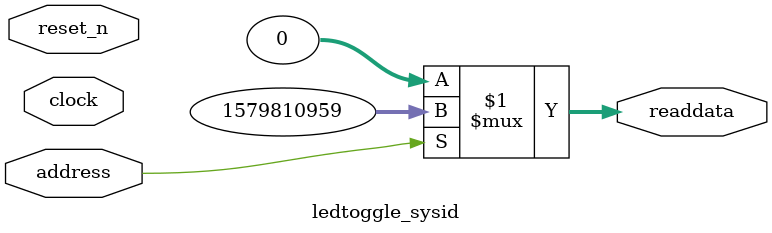
<source format=v>



// synthesis translate_off
`timescale 1ns / 1ps
// synthesis translate_on

// turn off superfluous verilog processor warnings 
// altera message_level Level1 
// altera message_off 10034 10035 10036 10037 10230 10240 10030 

module ledtoggle_sysid (
               // inputs:
                address,
                clock,
                reset_n,

               // outputs:
                readdata
             )
;

  output  [ 31: 0] readdata;
  input            address;
  input            clock;
  input            reset_n;

  wire    [ 31: 0] readdata;
  //control_slave, which is an e_avalon_slave
  assign readdata = address ? 1579810959 : 0;

endmodule



</source>
